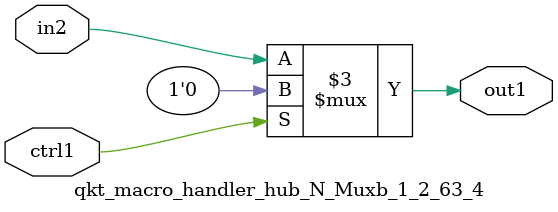
<source format=v>

`timescale 1ps / 1ps


module qkt_macro_handler_hub_N_Muxb_1_2_63_4( in2, ctrl1, out1 );

    input in2;
    input ctrl1;
    output out1;
    reg out1;

    
    // rtl_process:qkt_macro_handler_hub_N_Muxb_1_2_63_4/qkt_macro_handler_hub_N_Muxb_1_2_63_4_thread_1
    always @*
      begin : qkt_macro_handler_hub_N_Muxb_1_2_63_4_thread_1
        case (ctrl1) 
          1'b1: 
            begin
              out1 = 1'b0;
            end
          default: 
            begin
              out1 = in2;
            end
        endcase
      end

endmodule





</source>
